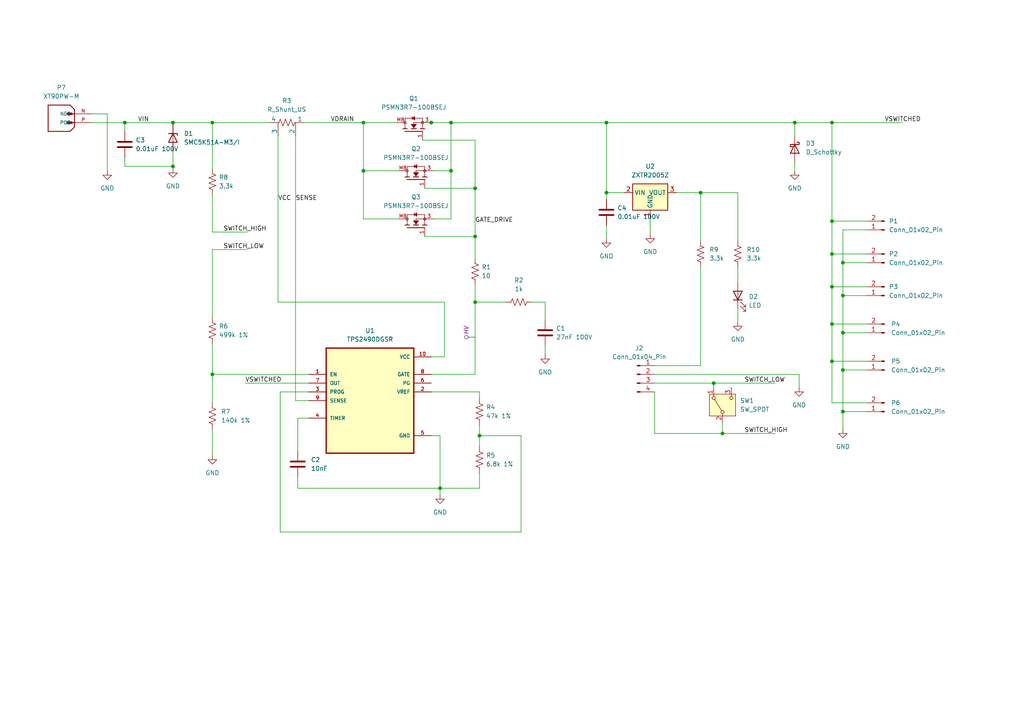
<source format=kicad_sch>
(kicad_sch (version 20230121) (generator eeschema)
  (paper "A4")
  (title_block (title "mjpower-ss r1.0") (company "mjbots Robotic Systems, LLC - info@mjbots.com") (comment 1 "Licensed under the Apache 2.0 License"))
  (lib_symbols
    (symbol "Connector:Conn_01x02_Pin" (pin_names (offset 1.016) hide)
      (property "Reference" "J" (at 0 2.54 0))
      (property "Value" "Conn_01x02_Pin" (at 0 -5.08 0))
      (symbol "Conn_01x02_Pin_1_1"
        (polyline (pts (xy 1.27 -2.54) (xy 0.8636 -2.54)) (stroke (width 0.1524)))
        (polyline (pts (xy 1.27 0) (xy 0.8636 0)) (stroke (width 0.1524)))
        (rectangle (start 0.8636 -2.413) (end 0 -2.667) (stroke (width 0.1524)) (fill (type outline)))
        (rectangle (start 0.8636 0.127) (end 0 -0.127) (stroke (width 0.1524)) (fill (type outline)))
        (pin passive line (at 5.08 0 180) (length 3.81) (name "Pin_1") (number "1"))
        (pin passive line (at 5.08 -2.54 180) (length 3.81) (name "Pin_2") (number "2"))
      )
    )
    (symbol "Connector:Conn_01x04_Pin" (pin_names (offset 1.016) hide)
      (property "Reference" "J" (at 0 5.08 0))
      (property "Value" "Conn_01x04_Pin" (at 0 -7.62 0))
      (symbol "Conn_01x04_Pin_1_1"
        (polyline (pts (xy 1.27 -5.08) (xy 0.8636 -5.08)) (stroke (width 0.1524)))
        (polyline (pts (xy 1.27 -2.54) (xy 0.8636 -2.54)) (stroke (width 0.1524)))
        (polyline (pts (xy 1.27 0) (xy 0.8636 0)) (stroke (width 0.1524)))
        (polyline (pts (xy 1.27 2.54) (xy 0.8636 2.54)) (stroke (width 0.1524)))
        (rectangle (start 0.8636 -4.953) (end 0 -5.207) (stroke (width 0.1524)) (fill (type outline)))
        (rectangle (start 0.8636 -2.413) (end 0 -2.667) (stroke (width 0.1524)) (fill (type outline)))
        (rectangle (start 0.8636 0.127) (end 0 -0.127) (stroke (width 0.1524)) (fill (type outline)))
        (rectangle (start 0.8636 2.667) (end 0 2.413) (stroke (width 0.1524)) (fill (type outline)))
        (pin passive line (at 5.08 2.54 180) (length 3.81) (name "Pin_1") (number "1"))
        (pin passive line (at 5.08 0 180) (length 3.81) (name "Pin_2") (number "2"))
        (pin passive line (at 5.08 -2.54 180) (length 3.81) (name "Pin_3") (number "3"))
        (pin passive line (at 5.08 -5.08 180) (length 3.81) (name "Pin_4") (number "4"))
      )
    )
    (symbol "Device:C" (pin_numbers hide) (pin_names (offset 0.254))
      (property "Reference" "C" (at 0.635 2.54 0))
      (property "Value" "C" (at 0.635 -2.54 0))
      (symbol "C_0_1"
        (polyline (pts (xy -2.032 -0.762) (xy 2.032 -0.762)) (stroke (width 0.508)))
        (polyline (pts (xy -2.032 0.762) (xy 2.032 0.762)) (stroke (width 0.508)))
      )
      (symbol "C_1_1"
        (pin passive line (at 0 3.81 270) (length 2.794) (name "~") (number "1"))
        (pin passive line (at 0 -3.81 90) (length 2.794) (name "~") (number "2"))
      )
    )
    (symbol "Device:D_Schottky" (pin_numbers hide) (pin_names (offset 1.016) hide)
      (property "Reference" "D" (at 0 2.54 0))
      (property "Value" "D_Schottky" (at 0 -2.54 0))
      (symbol "D_Schottky_0_1"
        (polyline (pts (xy 1.27 0) (xy -1.27 0)))
        (polyline (pts (xy 1.27 1.27) (xy 1.27 -1.27) (xy -1.27 0) (xy 1.27 1.27)) (stroke (width 0.254)))
        (polyline (pts (xy -1.905 0.635) (xy -1.905 1.27) (xy -1.27 1.27) (xy -1.27 -1.27) (xy -0.635 -1.27) (xy -0.635 -0.635)) (stroke (width 0.254)))
      )
      (symbol "D_Schottky_1_1"
        (pin passive line (at -3.81 0 0) (length 2.54) (name "K") (number "1"))
        (pin passive line (at 3.81 0 180) (length 2.54) (name "A") (number "2"))
      )
    )
    (symbol "Device:LED" (pin_numbers hide) (pin_names (offset 1.016) hide)
      (property "Reference" "D" (at 0 2.54 0))
      (property "Value" "LED" (at 0 -2.54 0))
      (symbol "LED_0_1"
        (polyline (pts (xy -1.27 -1.27) (xy -1.27 1.27)) (stroke (width 0.254)))
        (polyline (pts (xy -1.27 0) (xy 1.27 0)))
        (polyline (pts (xy 1.27 -1.27) (xy 1.27 1.27) (xy -1.27 0) (xy 1.27 -1.27)) (stroke (width 0.254)))
        (polyline (pts (xy -3.048 -0.762) (xy -4.572 -2.286) (xy -3.81 -2.286) (xy -4.572 -2.286) (xy -4.572 -1.524)))
        (polyline (pts (xy -1.778 -0.762) (xy -3.302 -2.286) (xy -2.54 -2.286) (xy -3.302 -2.286) (xy -3.302 -1.524)))
      )
      (symbol "LED_1_1"
        (pin passive line (at -3.81 0 0) (length 2.54) (name "K") (number "1"))
        (pin passive line (at 3.81 0 180) (length 2.54) (name "A") (number "2"))
      )
    )
    (symbol "Device:R_Shunt_US" (pin_numbers hide) (pin_names (offset 0))
      (property "Reference" "R" (at -5.08 0 90))
      (property "Value" "R_Shunt_US" (at -3.048 0 90))
      (symbol "R_Shunt_US_1_1"
        (polyline (pts (xy 0 -2.54) (xy 1.27 -2.54)))
        (polyline (pts (xy 0 -2.286) (xy 0 -2.54)))
        (polyline (pts (xy 0 2.286) (xy 0 2.54)))
        (polyline (pts (xy 1.27 2.54) (xy 0 2.54)))
        (polyline (pts (xy 0 -0.762) (xy 1.016 -1.143) (xy 0 -1.524) (xy -1.016 -1.905) (xy 0 -2.286)))
        (polyline (pts (xy 0 0.762) (xy 1.016 0.381) (xy 0 0) (xy -1.016 -0.381) (xy 0 -0.762)))
        (polyline (pts (xy 0 2.286) (xy 1.016 1.905) (xy 0 1.524) (xy -1.016 1.143) (xy 0 0.762)))
        (pin passive line (at 0 5.08 270) (length 2.54) (name "1") (number "1"))
        (pin passive line (at 3.81 2.54 180) (length 2.54) (name "2") (number "2"))
        (pin passive line (at 3.81 -2.54 180) (length 2.54) (name "3") (number "3"))
        (pin passive line (at 0 -5.08 90) (length 2.54) (name "4") (number "4"))
      )
    )
    (symbol "Device:R_US" (pin_numbers hide) (pin_names (offset 0))
      (property "Reference" "R" (at 2.54 0 90))
      (property "Value" "R_US" (at -2.54 0 90))
      (symbol "R_US_0_1"
        (polyline (pts (xy 0 -2.286) (xy 0 -2.54)))
        (polyline (pts (xy 0 2.286) (xy 0 2.54)))
        (polyline (pts (xy 0 -0.762) (xy 1.016 -1.143) (xy 0 -1.524) (xy -1.016 -1.905) (xy 0 -2.286)))
        (polyline (pts (xy 0 0.762) (xy 1.016 0.381) (xy 0 0) (xy -1.016 -0.381) (xy 0 -0.762)))
        (polyline (pts (xy 0 2.286) (xy 1.016 1.905) (xy 0 1.524) (xy -1.016 1.143) (xy 0 0.762)))
      )
      (symbol "R_US_1_1"
        (pin passive line (at 0 3.81 270) (length 1.27) (name "~") (number "1"))
        (pin passive line (at 0 -3.81 90) (length 1.27) (name "~") (number "2"))
      )
    )
    (symbol "Diode:Z3SMCxxx" (pin_numbers hide) (pin_names hide)
      (property "Reference" "D" (at 0 2.54 0))
      (property "Value" "Z3SMCxxx" (at 0 -2.54 0))
      (symbol "Z3SMCxxx_0_1"
        (polyline (pts (xy 1.27 0) (xy -1.27 0)))
        (polyline (pts (xy -1.27 -1.27) (xy -1.27 1.27) (xy -0.762 1.27)) (stroke (width 0.254)))
        (polyline (pts (xy 1.27 -1.27) (xy 1.27 1.27) (xy -1.27 0) (xy 1.27 -1.27)) (stroke (width 0.254)))
      )
      (symbol "Z3SMCxxx_1_1"
        (pin passive line (at -3.81 0 0) (length 2.54) (name "K") (number "1"))
        (pin passive line (at 3.81 0 180) (length 2.54) (name "A") (number "2"))
      )
    )
    (symbol "PSMN3R7-100BSEJ:PSMN3R7-100BSEJ" (pin_names (offset 1.016))
      (property "Reference" "Q" (at 5.08 1.27 0))
      (property "Value" "PSMN3R7-100BSEJ" (at 5.08 -1.27 0))
      (symbol "PSMN3R7-100BSEJ_0_0"
        (polyline (pts (xy 0 2.54) (xy 0 -2.54)) (stroke (width 0.254)))
        (polyline (pts (xy 0.762 -2.54) (xy 0.762 -3.175)) (stroke (width 0.254)))
        (polyline (pts (xy 0.762 -1.905) (xy 0.762 -2.54)) (stroke (width 0.254)))
        (polyline (pts (xy 0.762 0) (xy 0.762 -0.762)) (stroke (width 0.254)))
        (polyline (pts (xy 0.762 0) (xy 2.54 0)) (stroke (width 0.1524)))
        (polyline (pts (xy 0.762 0.762) (xy 0.762 0)) (stroke (width 0.254)))
        (polyline (pts (xy 0.762 2.54) (xy 0.762 1.905)) (stroke (width 0.254)))
        (polyline (pts (xy 0.762 2.54) (xy 3.81 2.54)) (stroke (width 0.1524)))
        (polyline (pts (xy 0.762 3.175) (xy 0.762 2.54)) (stroke (width 0.254)))
        (polyline (pts (xy 2.54 -2.54) (xy 0.762 -2.54)) (stroke (width 0.1524)))
        (polyline (pts (xy 2.54 -2.54) (xy 3.81 -2.54)) (stroke (width 0.1524)))
        (polyline (pts (xy 2.54 0) (xy 2.54 -2.54)) (stroke (width 0.1524)))
        (polyline (pts (xy 3.81 0.508) (xy 3.302 0.508)) (stroke (width 0.1524)))
        (polyline (pts (xy 3.81 0.508) (xy 3.81 -2.54)) (stroke (width 0.1524)))
        (polyline (pts (xy 3.81 2.54) (xy 3.81 0.508)) (stroke (width 0.1524)))
        (polyline (pts (xy 4.318 0.508) (xy 3.81 0.508)) (stroke (width 0.1524)))
        (polyline (pts (xy 1.016 0) (xy 2.032 0.762) (xy 2.032 -0.762) (xy 1.016 0)) (stroke (width 0.1524)) (fill (type outline)))
        (polyline (pts (xy 3.81 0.508) (xy 3.302 -0.254) (xy 4.318 -0.254) (xy 3.81 0.508)) (stroke (width 0.1524)) (fill (type outline)))
        (circle (center 2.54 -2.54) (radius 0.3592))
        (circle (center 2.54 2.54) (radius 0.3592))
        (pin passive line (at -2.54 -2.54 0) (length 2.54) (name "~") (number "1"))
        (pin passive line (at 2.54 -5.08 90) (length 2.54) (name "~") (number "3"))
        (pin passive line (at 2.54 5.08 270) (length 2.54) (name "~") (number "MB"))
      )
    )
    (symbol "Regulator_Linear:HT75xx-1-SOT89"
      (property "Reference" "U" (at -5.08 -3.81 0))
      (property "Value" "HT75xx-1-SOT89" (at 0 6.35 0))
      (symbol "HT75xx-1-SOT89_0_1"
        (rectangle (start -5.08 5.08) (end 5.08 -2.54) (stroke (width 0.254)) (fill (type background)))
      )
      (symbol "HT75xx-1-SOT89_1_1"
        (pin power_in line (at 0 -5.08 90) (length 2.54) (name "GND") (number "1"))
        (pin power_in line (at -7.62 2.54 0) (length 2.54) (name "VIN") (number "2"))
        (pin power_out line (at 7.62 2.54 180) (length 2.54) (name "VOUT") (number "3"))
      )
    )
    (symbol "Switch:SW_SPDT" (pin_names (offset 0) hide)
      (property "Reference" "SW" (at 0 5.08 0))
      (property "Value" "SW_SPDT" (at 0 -5.08 0))
      (symbol "SW_SPDT_0_1"
        (circle (center -2.032 0) (radius 0.4572))
        (polyline (pts (xy -1.651 0.254) (xy 1.651 2.286)))
        (circle (center 2.032 -2.54) (radius 0.4572))
        (circle (center 2.032 2.54) (radius 0.4572))
      )
      (symbol "SW_SPDT_1_1"
        (rectangle (start -3.175 3.81) (end 3.175 -3.81) (fill (type background)))
        (pin passive line (at 5.08 2.54 180) (length 2.54) (name "A") (number "1"))
        (pin passive line (at -5.08 0 0) (length 2.54) (name "B") (number "2"))
        (pin passive line (at 5.08 -2.54 180) (length 2.54) (name "C") (number "3"))
      )
    )
    (symbol "TPS2490DGSR:TPS2490DGSR" (pin_names (offset 1.016))
      (property "Reference" "U" (at -12.7 16.24 0))
      (property "Value" "TPS2490DGSR" (at -12.7 -19.24 0))
      (symbol "TPS2490DGSR_0_0"
        (rectangle (start -12.7 -15.24) (end 12.7 15.24) (stroke (width 0.41)) (fill (type background)))
        (pin input line (at -17.78 7.62 0) (length 5.08) (name "EN") (number "1"))
        (pin power_in line (at 17.78 12.7 180) (length 5.08) (name "VCC") (number "10"))
        (pin output line (at 17.78 2.54 180) (length 5.08) (name "VREF") (number "2"))
        (pin input line (at -17.78 2.54 0) (length 5.08) (name "PROG") (number "3"))
        (pin bidirectional line (at -17.78 -5.08 0) (length 5.08) (name "TIMER") (number "4"))
        (pin power_in line (at 17.78 -10.16 180) (length 5.08) (name "GND") (number "5"))
        (pin output line (at 17.78 5.08 180) (length 5.08) (name "PG") (number "6"))
        (pin input line (at -17.78 5.08 0) (length 5.08) (name "OUT") (number "7"))
        (pin output line (at 17.78 7.62 180) (length 5.08) (name "GATE") (number "8"))
        (pin input line (at -17.78 0 0) (length 5.08) (name "SENSE") (number "9"))
      )
    )
    (symbol "XT90PW-M:XT90PW-M" (pin_names (offset 1.016))
      (property "Reference" "J" (at 0 3.81 0))
      (property "Value" "XT90PW-M" (at 0 -7.62 0))
      (symbol "XT90PW-M_0_0"
        (polyline (pts (xy 0 -3.81) (xy 1.27 -5.08)) (stroke (width 0.254)))
        (polyline (pts (xy 0 -2.54) (xy 1.905 -2.54)) (stroke (width 0.254)))
        (polyline (pts (xy 0 0) (xy 0 -3.81)) (stroke (width 0.254)))
        (polyline (pts (xy 0 0) (xy 1.905 0)) (stroke (width 0.254)))
        (polyline (pts (xy 0 1.27) (xy 0 0)) (stroke (width 0.254)))
        (polyline (pts (xy 0 1.27) (xy 1.27 2.54)) (stroke (width 0.254)))
        (polyline (pts (xy 1.27 -5.08) (xy 7.62 -5.08)) (stroke (width 0.254)))
        (polyline (pts (xy 7.62 -5.08) (xy 7.62 2.54)) (stroke (width 0.254)))
        (polyline (pts (xy 7.62 2.54) (xy 1.27 2.54)) (stroke (width 0.254)))
        (rectangle (start 0.635 -2.8575) (end 2.2225 -2.2225) (stroke (width 0.1)) (fill (type outline)))
        (rectangle (start 0.635 -0.3175) (end 2.2225 0.3175) (stroke (width 0.1)) (fill (type outline)))
        (pin passive line (at -5.08 -2.54 0) (length 5.08) (name "NEG") (number "N"))
        (pin passive line (at -5.08 0 0) (length 5.08) (name "POS") (number "P"))
      )
    )
    (symbol "power:GND" (power) (pin_names (offset 0))
      (property "Value" "GND" (at 0 -3.81 0))
      (symbol "GND_0_1"
        (polyline (pts (xy 0 0) (xy 0 -1.27) (xy 1.27 -1.27) (xy 0 -2.54) (xy -1.27 -1.27) (xy 0 -1.27)))
      )
      (symbol "GND_1_1"
        (pin power_in line (at 0 0 270) (length 0) hide (name "GND") (number "1"))
      )
    )
  )
  (junction (at 125.095 35.56))
  (junction (at 137.795 68.58))
  (junction (at 137.795 54.61))
  (junction (at 241.3 35.56))
  (junction (at 137.795 87.63))
  (junction (at 130.81 35.56))
  (junction (at 61.595 108.585))
  (junction (at 230.505 35.56))
  (junction (at 61.595 35.56))
  (junction (at 209.55 125.73))
  (junction (at 244.475 107.315))
  (junction (at 50.165 48.26))
  (junction (at 241.3 64.135))
  (junction (at 175.895 35.56))
  (junction (at 244.475 119.38))
  (junction (at 244.475 76.2))
  (junction (at 244.475 85.725))
  (junction (at 244.475 96.52))
  (junction (at 105.41 49.53))
  (junction (at 175.895 55.88))
  (junction (at 241.3 83.185))
  (junction (at 241.3 93.98))
  (junction (at 130.81 49.53))
  (junction (at 203.2 55.88))
  (junction (at 127.635 141.605))
  (junction (at 36.195 35.56))
  (junction (at 50.165 35.56))
  (junction (at 207.01 111.125))
  (junction (at 241.3 104.775))
  (junction (at 105.41 35.56))
  (junction (at 139.065 126.365))
  (junction (at 241.3 73.66))
  (wire (pts (xy 36.195 35.56) (xy 50.165 35.56)))
  (wire (pts (xy 125.095 113.665) (xy 139.065 113.665)))
  (wire (pts (xy 123.19 68.58) (xy 137.795 68.58)))
  (wire (pts (xy 127.635 141.605) (xy 127.635 143.51)))
  (wire (pts (xy 203.2 106.045) (xy 189.865 106.045)))
  (wire (pts (xy 80.645 39.37) (xy 80.645 87.63)))
  (wire (pts (xy 61.595 35.56) (xy 78.105 35.56)))
  (wire (pts (xy 241.3 83.185) (xy 251.46 83.185)))
  (wire (pts (xy 203.2 77.47) (xy 203.2 106.045)))
  (wire (pts (xy 86.36 138.43) (xy 86.36 141.605)))
  (wire (pts (xy 80.645 87.63) (xy 128.905 87.63)))
  (wire (pts (xy 86.36 141.605) (xy 127.635 141.605)))
  (wire (pts (xy 158.115 87.63) (xy 158.115 92.71)))
  (wire (pts (xy 241.3 73.66) (xy 251.46 73.66)))
  (wire (pts (xy 151.13 126.365) (xy 139.065 126.365)))
  (wire (pts (xy 50.165 48.26) (xy 50.165 48.895)))
  (wire (pts (xy 175.895 65.405) (xy 175.895 69.215)))
  (wire (pts (xy 137.795 68.58) (xy 137.795 74.93)))
  (wire (pts (xy 203.2 55.88) (xy 203.2 69.85)))
  (wire (pts (xy 244.475 66.675) (xy 251.46 66.675)))
  (wire (pts (xy 241.3 64.135) (xy 241.3 73.66)))
  (wire (pts (xy 89.535 121.285) (xy 86.36 121.285)))
  (wire (pts (xy 123.19 35.56) (xy 125.095 35.56)))
  (wire (pts (xy 61.595 124.46) (xy 61.595 132.08)))
  (wire (pts (xy 71.12 111.125) (xy 89.535 111.125)))
  (wire (pts (xy 244.475 76.2) (xy 251.46 76.2)))
  (wire (pts (xy 175.895 35.56) (xy 230.505 35.56)))
  (wire (pts (xy 139.065 126.365) (xy 139.065 129.54)))
  (wire (pts (xy 85.725 116.205) (xy 89.535 116.205)))
  (wire (pts (xy 128.905 87.63) (xy 128.905 103.505)))
  (wire (pts (xy 128.905 103.505) (xy 125.095 103.505)))
  (wire (pts (xy 61.595 67.31) (xy 71.755 67.31)))
  (wire (pts (xy 89.535 113.665) (xy 81.28 113.665)))
  (wire (pts (xy 189.865 111.125) (xy 207.01 111.125)))
  (wire (pts (xy 241.3 93.98) (xy 241.3 104.775)))
  (wire (pts (xy 139.065 123.19) (xy 139.065 126.365)))
  (wire (pts (xy 213.995 55.88) (xy 203.2 55.88)))
  (wire (pts (xy 207.01 111.125) (xy 207.01 112.395)))
  (wire (pts (xy 175.895 35.56) (xy 175.895 55.88)))
  (wire (pts (xy 50.165 35.56) (xy 61.595 35.56)))
  (wire (pts (xy 130.81 49.53) (xy 125.73 49.53)))
  (wire (pts (xy 125.095 35.56) (xy 130.81 35.56)))
  (wire (pts (xy 61.595 56.515) (xy 61.595 67.31)))
  (wire (pts (xy 81.28 154.305) (xy 151.13 154.305)))
  (wire (pts (xy 61.595 99.695) (xy 61.595 108.585)))
  (wire (pts (xy 241.3 73.66) (xy 241.3 83.185)))
  (wire (pts (xy 241.3 104.775) (xy 251.46 104.775)))
  (wire (pts (xy 188.595 63.5) (xy 188.595 67.945)))
  (wire (pts (xy 213.995 89.535) (xy 213.995 93.345)))
  (wire (pts (xy 244.475 96.52) (xy 244.475 85.725)))
  (wire (pts (xy 175.895 57.785) (xy 175.895 55.88)))
  (wire (pts (xy 125.095 126.365) (xy 127.635 126.365)))
  (wire (pts (xy 158.115 100.33) (xy 158.115 102.87)))
  (wire (pts (xy 139.065 113.665) (xy 139.065 115.57)))
  (wire (pts (xy 127.635 126.365) (xy 127.635 141.605)))
  (wire (pts (xy 137.795 54.61) (xy 137.795 68.58)))
  (wire (pts (xy 26.67 35.56) (xy 36.195 35.56)))
  (wire (pts (xy 244.475 119.38) (xy 244.475 124.46)))
  (wire (pts (xy 231.775 108.585) (xy 231.775 112.395)))
  (wire (pts (xy 61.595 35.56) (xy 61.595 48.895)))
  (wire (pts (xy 89.535 108.585) (xy 61.595 108.585)))
  (wire (pts (xy 85.725 39.37) (xy 85.725 116.205)))
  (wire (pts (xy 244.475 76.2) (xy 244.475 66.675)))
  (wire (pts (xy 241.3 35.56) (xy 261.62 35.56)))
  (wire (pts (xy 137.795 87.63) (xy 146.685 87.63)))
  (wire (pts (xy 139.065 137.16) (xy 139.065 141.605)))
  (wire (pts (xy 61.595 72.39) (xy 71.755 72.39)))
  (wire (pts (xy 244.475 107.315) (xy 251.46 107.315)))
  (wire (pts (xy 251.46 119.38) (xy 244.475 119.38)))
  (wire (pts (xy 241.3 83.185) (xy 241.3 93.98)))
  (wire (pts (xy 244.475 85.725) (xy 251.46 85.725)))
  (wire (pts (xy 244.475 119.38) (xy 244.475 107.315)))
  (wire (pts (xy 209.55 125.73) (xy 224.79 125.73)))
  (wire (pts (xy 130.81 63.5) (xy 130.81 49.53)))
  (wire (pts (xy 151.13 154.305) (xy 151.13 126.365)))
  (wire (pts (xy 189.865 125.73) (xy 209.55 125.73)))
  (wire (pts (xy 130.81 35.56) (xy 130.81 49.53)))
  (wire (pts (xy 125.095 108.585) (xy 137.795 108.585)))
  (wire (pts (xy 36.195 48.26) (xy 50.165 48.26)))
  (wire (pts (xy 50.165 43.815) (xy 50.165 48.26)))
  (wire (pts (xy 241.3 104.775) (xy 241.3 116.84)))
  (wire (pts (xy 241.3 64.135) (xy 251.46 64.135)))
  (wire (pts (xy 36.195 45.72) (xy 36.195 48.26)))
  (wire (pts (xy 207.01 111.125) (xy 224.79 111.125)))
  (wire (pts (xy 86.36 121.285) (xy 86.36 130.81)))
  (wire (pts (xy 230.505 35.56) (xy 230.505 39.37)))
  (wire (pts (xy 137.795 40.64) (xy 137.795 54.61)))
  (wire (pts (xy 50.165 36.195) (xy 50.165 35.56)))
  (wire (pts (xy 137.795 87.63) (xy 137.795 82.55)))
  (wire (pts (xy 241.3 35.56) (xy 241.3 64.135)))
  (wire (pts (xy 88.265 35.56) (xy 105.41 35.56)))
  (wire (pts (xy 61.595 92.075) (xy 61.595 72.39)))
  (wire (pts (xy 244.475 96.52) (xy 251.46 96.52)))
  (wire (pts (xy 139.065 141.605) (xy 127.635 141.605)))
  (wire (pts (xy 241.3 93.98) (xy 251.46 93.98)))
  (wire (pts (xy 213.995 69.85) (xy 213.995 55.88)))
  (wire (pts (xy 189.865 108.585) (xy 231.775 108.585)))
  (wire (pts (xy 209.55 125.73) (xy 209.55 122.555)))
  (wire (pts (xy 31.115 33.02) (xy 31.115 49.53)))
  (wire (pts (xy 122.555 40.64) (xy 137.795 40.64)))
  (wire (pts (xy 241.3 116.84) (xy 251.46 116.84)))
  (wire (pts (xy 137.795 108.585) (xy 137.795 87.63)))
  (wire (pts (xy 230.505 35.56) (xy 241.3 35.56)))
  (wire (pts (xy 26.67 33.02) (xy 31.115 33.02)))
  (wire (pts (xy 130.81 35.56) (xy 175.895 35.56)))
  (wire (pts (xy 196.215 55.88) (xy 203.2 55.88)))
  (wire (pts (xy 125.73 63.5) (xy 130.81 63.5)))
  (wire (pts (xy 81.28 113.665) (xy 81.28 154.305)))
  (wire (pts (xy 61.595 108.585) (xy 61.595 116.84)))
  (wire (pts (xy 123.19 54.61) (xy 137.795 54.61)))
  (wire (pts (xy 189.865 113.665) (xy 189.865 125.73)))
  (wire (pts (xy 105.41 49.53) (xy 105.41 35.56)))
  (wire (pts (xy 105.41 35.56) (xy 114.935 35.56)))
  (wire (pts (xy 244.475 85.725) (xy 244.475 76.2)))
  (wire (pts (xy 36.195 35.56) (xy 36.195 38.1)))
  (wire (pts (xy 115.57 63.5) (xy 105.41 63.5)))
  (wire (pts (xy 213.995 77.47) (xy 213.995 81.915)))
  (wire (pts (xy 115.57 49.53) (xy 105.41 49.53)))
  (wire (pts (xy 244.475 107.315) (xy 244.475 96.52)))
  (wire (pts (xy 154.305 87.63) (xy 158.115 87.63)))
  (wire (pts (xy 105.41 63.5) (xy 105.41 49.53)))
  (wire (pts (xy 175.895 55.88) (xy 180.975 55.88)))
  (wire (pts (xy 230.505 46.99) (xy 230.505 49.53)))
  (label "VSWITCHED" (at 256.54 35.56 0))
  (label "SENSE" (at 85.725 58.42 0))
  (label "GATE_DRIVE" (at 137.795 64.77 0))
  (label "VCC" (at 80.645 58.42 0))
  (label "VIN" (at 40.005 35.56 0))
  (label "SWITCH_HIGH" (at 215.9 125.73 0))
  (label "VSWITCHED" (at 71.12 111.125 0))
  (label "VDRAIN" (at 95.885 35.56 0))
  (label "SWITCH_HIGH" (at 64.77 67.31 0))
  (label "SWITCH_LOW" (at 64.77 72.39 0))
  (label "SWITCH_LOW" (at 215.9 111.125 0))
  (netclass_flag "" (length 2.54) (shape round) (at 137.795 97.79 90) (property "Netclass" "HV" (at 135.255 97.0915 90) (effects (font italic) (justify left))))
  (symbol (lib_id "power:GND") (at 244.475 124.46 0) (unit 1)
    (property "Reference" "#PWR05" (effects hide))
    (property "Value" "GND" (at 244.475 129.54 0))
  )
  (symbol (lib_id "Regulator_Linear:HT75xx-1-SOT89") (at 188.595 58.42 0) (unit 1)
    (property "Reference" "U2" (at 188.595 48.26 0))
    (property "Value" "ZXTR2005Z" (at 188.595 50.8 0))
    (property "Footprint" "Package_TO_SOT_SMD:SOT-89-3" (effects hide))
    (property "Datasheet" "https://www.holtek.com/documents/10179/116711/HT75xx-1v250.pdf" (effects hide))
    (property "MPN" "ZXTR2005Z-13" (effects hide))
    (property "MF" "DIODES" (effects hide))
  )
  (symbol (lib_id "power:GND") (at 213.995 93.345 0) (unit 1)
    (property "Reference" "#PWR09" (effects hide))
    (property "Value" "GND" (at 213.995 98.425 0))
  )
  (symbol (lib_id "Device:R_US") (at 137.795 78.74 0) (unit 1)
    (property "Reference" "R1" (at 139.7 77.47 0) (effects (justify left)))
    (property "Value" "10" (at 139.7 80.01 0) (effects (justify left)))
    (property "Footprint" "Resistor_SMD:R_0603_1608Metric" (effects hide))
    (property "MPN" "MF-RES-0603-10" (effects hide))
  )
  (symbol (lib_id "power:GND") (at 31.115 49.53 0) (unit 1)
    (property "Reference" "#PWR03" (effects hide))
    (property "Value" "GND" (at 31.115 54.61 0))
  )
  (symbol (lib_id "Device:R_US") (at 61.595 52.705 0) (unit 1)
    (property "Reference" "R8" (at 63.5 51.435 0) (effects (justify left)))
    (property "Value" "3.3k" (at 63.5 53.975 0) (effects (justify left)))
    (property "Footprint" "Resistor_SMD:R_0603_1608Metric" (effects hide))
    (property "MPN" "RC0603FR-073K3L" (effects hide))
    (property "MF" "YAGEO" (effects hide))
  )
  (symbol (lib_id "Device:R_US") (at 139.065 119.38 0) (unit 1)
    (property "Reference" "R4" (at 140.97 118.11 0) (effects (justify left)))
    (property "Value" "47k 1%" (at 140.97 120.65 0) (effects (justify left)))
    (property "Footprint" "Resistor_SMD:R_0603_1608Metric" (effects hide))
    (property "MPN" "RC0603FR-0747KL" (effects hide))
    (property "MF" "YAGEO" (effects hide))
  )
  (symbol (lib_id "Diode:Z3SMCxxx") (at 50.165 40.005 270) (unit 1)
    (property "Reference" "D1" (at 53.34 38.735 90) (effects (justify left)))
    (property "Value" "SMC5K51A-M3/I" (at 53.34 41.275 90) (effects (justify left)))
    (property "Footprint" "Diode_SMD:D_SMC" (effects hide))
    (property "MPN" "SMC5K51A-M3/I" (effects hide))
    (property "MF" "VISHAY" (effects hide))
  )
  (symbol (lib_id "power:GND") (at 231.775 112.395 0) (unit 1)
    (property "Reference" "#PWR08" (effects hide))
    (property "Value" "GND" (at 231.775 117.475 0))
  )
  (symbol (lib_id "power:GND") (at 127.635 143.51 0) (unit 1)
    (property "Reference" "#PWR04" (effects hide))
    (property "Value" "GND" (at 127.635 148.59 0))
  )
  (symbol (lib_id "Device:R_US") (at 213.995 73.66 180) (unit 1)
    (property "Reference" "R10" (at 216.535 72.39 0) (effects (justify right)))
    (property "Value" "3.3k" (at 216.535 74.93 0) (effects (justify right)))
    (property "Footprint" "Resistor_SMD:R_0603_1608Metric" (effects hide))
    (property "MPN" "RC0603FR-073K3L" (effects hide))
    (property "MF" "YAGEO" (effects hide))
  )
  (symbol (lib_id "Device:R_US") (at 61.595 95.885 0) (unit 1)
    (property "Reference" "R6" (at 63.5 94.615 0) (effects (justify left)))
    (property "Value" "499k 1%" (at 63.5 97.155 0) (effects (justify left)))
    (property "Footprint" "Resistor_SMD:R_0603_1608Metric" (effects hide))
    (property "MPN" "RC0603FR-07499KL" (effects hide))
    (property "MF" "YAGEO" (effects hide))
  )
  (symbol (lib_id "PSMN3R7-100BSEJ:PSMN3R7-100BSEJ") (at 120.65 52.07 90) (unit 1)
    (property "Reference" "Q2" (at 120.65 43.18 90))
    (property "Value" "PSMN3R7-100BSEJ" (at 120.65 45.72 90))
    (property "Footprint" "footprints:TRANS_PSMN3R7-100BSEJ" (effects hide))
    (property "MF" "Nexperia" (effects hide))
    (property "MPN" "PSMN3R7-100BSEJ" (effects hide))
  )
  (symbol (lib_id "Device:C") (at 36.195 41.91 0) (unit 1)
    (property "Reference" "C3" (at 39.37 40.64 0) (effects (justify left)))
    (property "Value" "0.01uF 100V" (at 39.37 43.18 0) (effects (justify left)))
    (property "Footprint" "Capacitor_SMD:C_0603_1608Metric" (effects hide))
    (property "MPN" "GCM188R72A103KA37D" (effects hide))
    (property "MF" "MURATA" (effects hide))
  )
  (symbol (lib_id "power:GND") (at 230.505 49.53 0) (unit 1)
    (property "Reference" "#PWR010" (effects hide))
    (property "Value" "GND" (at 230.505 54.61 0))
  )
  (symbol (lib_id "Switch:SW_SPDT") (at 209.55 117.475 90) (unit 1)
    (property "Reference" "SW1" (at 214.63 116.205 90) (effects (justify right)))
    (property "Value" "SW_SPDT" (at 214.63 118.745 90) (effects (justify right)))
    (property "Footprint" "footprints:SW_G-107-0513" (effects hide))
    (property "MPN" "G-107-0513" (effects hide))
    (property "MF" "CW Industries" (effects hide))
  )
  (symbol (lib_id "Device:D_Schottky") (at 230.505 43.18 270) (unit 1)
    (property "Reference" "D3" (at 233.68 41.5925 90) (effects (justify left)))
    (property "Value" "D_Schottky" (at 233.68 44.1325 90) (effects (justify left)))
    (property "Footprint" "footprints:TO-277A" (effects hide))
    (property "MPN" "V10P15-M3/H" (effects hide))
    (property "MF" "VISHAY" (effects hide))
  )
  (symbol (lib_id "PSMN3R7-100BSEJ:PSMN3R7-100BSEJ") (at 120.65 66.04 90) (unit 1)
    (property "Reference" "Q3" (at 120.65 57.15 90))
    (property "Value" "PSMN3R7-100BSEJ" (at 120.65 59.69 90))
    (property "Footprint" "footprints:TRANS_PSMN3R7-100BSEJ" (effects hide))
    (property "MF" "Nexperia" (effects hide))
    (property "MPN" "PSMN3R7-100BSEJ" (effects hide))
  )
  (symbol (lib_id "power:GND") (at 50.165 48.895 0) (unit 1)
    (property "Reference" "#PWR02" (effects hide))
    (property "Value" "GND" (at 50.165 53.975 0))
  )
  (symbol (lib_id "Connector:Conn_01x02_Pin") (at 256.54 76.2 180) (unit 1)
    (property "Reference" "P2" (at 257.81 73.66 0) (effects (justify right)))
    (property "Value" "Conn_01x02_Pin" (at 257.81 76.2 0) (effects (justify right)))
    (property "Footprint" "footprints:XT30UPB-F" (effects hide))
    (property "MPN" "XT30UPB-F" (effects hide))
    (property "MF" "AMASS" (effects hide))
  )
  (symbol (lib_id "Device:R_US") (at 61.595 120.65 0) (unit 1)
    (property "Reference" "R7" (at 64.135 119.38 0) (effects (justify left)))
    (property "Value" "140k 1%" (at 64.135 121.92 0) (effects (justify left)))
    (property "Footprint" "Resistor_SMD:R_0603_1608Metric" (effects hide))
    (property "MPN" "RC0603FR-07140KL" (effects hide))
    (property "MF" "YAGEO" (effects hide))
  )
  (symbol (lib_id "Device:R_US") (at 203.2 73.66 180) (unit 1)
    (property "Reference" "R9" (at 205.74 72.39 0) (effects (justify right)))
    (property "Value" "3.3k" (at 205.74 74.93 0) (effects (justify right)))
    (property "Footprint" "Resistor_SMD:R_0603_1608Metric" (effects hide))
    (property "MPN" "RC0603FR-073K3L" (effects hide))
    (property "MF" "YAGEO" (effects hide))
  )
  (symbol (lib_id "Device:R_Shunt_US") (at 83.185 35.56 270) (unit 1)
    (property "Reference" "R3" (at 83.185 29.21 90))
    (property "Value" "R_Shunt_US" (at 83.185 31.75 90))
    (property "Footprint" "footprints:WSL2512_SHUNT" (effects hide))
    (property "MPN" "WSLF2512L5000FEA" (effects hide))
    (property "MF" "VISHAY DALE" (effects hide))
  )
  (symbol (lib_id "power:GND") (at 188.595 67.945 0) (unit 1)
    (property "Reference" "#PWR07" (effects hide))
    (property "Value" "GND" (at 188.595 73.025 0))
  )
  (symbol (lib_id "TPS2490DGSR:TPS2490DGSR") (at 107.315 116.205 0) (unit 1)
    (property "Reference" "U1" (at 107.315 95.885 0))
    (property "Value" "TPS2490DGSR" (at 107.315 98.425 0))
    (property "Footprint" "footprints:SOP50P490X110-10N" (effects hide))
    (property "MPN" "TPS2490DGSR" (effects hide))
    (property "MF" "TI" (effects hide))
  )
  (symbol (lib_id "Connector:Conn_01x02_Pin") (at 256.54 66.675 180) (unit 1)
    (property "Reference" "P1" (at 257.81 64.135 0) (effects (justify right)))
    (property "Value" "Conn_01x02_Pin" (at 257.81 66.675 0) (effects (justify right)))
    (property "Footprint" "footprints:XT30UPB-F" (effects hide))
    (property "MPN" "XT30UPB-F" (effects hide))
    (property "MF" "AMASS" (effects hide))
  )
  (symbol (lib_id "Device:R_US") (at 150.495 87.63 90) (unit 1)
    (property "Reference" "R2" (at 150.495 81.28 90))
    (property "Value" "1k" (at 150.495 83.82 90))
    (property "Footprint" "Resistor_SMD:R_0603_1608Metric" (effects hide))
    (property "MPN" "MF-RES-0603-1K" (effects hide))
  )
  (symbol (lib_id "Device:LED") (at 213.995 85.725 90) (unit 1)
    (property "Reference" "D2" (at 217.17 86.0425 90) (effects (justify right)))
    (property "Value" "LED" (at 217.17 88.5825 90) (effects (justify right)))
    (property "Footprint" "LED_SMD:LED_1210_3225Metric" (effects hide))
    (property "MPN" "APD3224ZGC-F01" (effects hide))
    (property "MF" "KINGBRIGHT" (effects hide))
  )
  (symbol (lib_id "Device:R_US") (at 139.065 133.35 0) (unit 1)
    (property "Reference" "R5" (at 140.97 132.08 0) (effects (justify left)))
    (property "Value" "6.8k 1%" (at 140.97 134.62 0) (effects (justify left)))
    (property "Footprint" "Resistor_SMD:R_0603_1608Metric" (effects hide))
    (property "MPN" "RC0603FR-076K8L" (effects hide))
    (property "MF" "YAGEO" (effects hide))
  )
  (symbol (lib_id "power:GND") (at 61.595 132.08 0) (unit 1)
    (property "Reference" "#PWR06" (effects hide))
    (property "Value" "GND" (at 61.595 137.16 0))
  )
  (symbol (lib_id "Device:C") (at 86.36 134.62 0) (unit 1)
    (property "Reference" "C2" (at 90.17 133.35 0) (effects (justify left)))
    (property "Value" "10nF" (at 90.17 135.89 0) (effects (justify left)))
    (property "Footprint" "Capacitor_SMD:C_0603_1608Metric" (effects hide))
    (property "MPN" "MF-CAP-0603-0.01uF" (effects hide))
  )
  (symbol (lib_id "Connector:Conn_01x02_Pin") (at 256.54 85.725 180) (unit 1)
    (property "Reference" "P3" (at 257.81 83.185 0) (effects (justify right)))
    (property "Value" "Conn_01x02_Pin" (at 257.81 85.725 0) (effects (justify right)))
    (property "Footprint" "footprints:XT30UPB-F" (effects hide))
    (property "MPN" "XT30UPB-F" (effects hide))
    (property "MF" "AMASS" (effects hide))
  )
  (symbol (lib_id "Connector:Conn_01x02_Pin") (at 256.54 96.52 180) (unit 1)
    (property "Reference" "P4" (at 258.445 93.98 0) (effects (justify right)))
    (property "Value" "Conn_01x02_Pin" (at 258.445 96.52 0) (effects (justify right)))
    (property "Footprint" "footprints:XT30UPB-F" (effects hide))
    (property "MPN" "XT30UPB-F" (effects hide))
    (property "MF" "AMASS" (effects hide))
  )
  (symbol (lib_id "Device:C") (at 175.895 61.595 0) (unit 1)
    (property "Reference" "C4" (at 179.07 60.325 0) (effects (justify left)))
    (property "Value" "0.01uF 100V" (at 179.07 62.865 0) (effects (justify left)))
    (property "Footprint" "Capacitor_SMD:C_0603_1608Metric" (effects hide))
    (property "MPN" "GCM188R72A103KA37D" (effects hide))
    (property "MF" "MURATA" (effects hide))
  )
  (symbol (lib_id "Connector:Conn_01x02_Pin") (at 256.54 107.315 180) (unit 1)
    (property "Reference" "P5" (at 258.445 104.775 0) (effects (justify right)))
    (property "Value" "Conn_01x02_Pin" (at 258.445 107.315 0) (effects (justify right)))
    (property "Footprint" "footprints:XT30UPB-F" (effects hide))
    (property "MPN" "XT30UPB-F" (effects hide))
    (property "MF" "AMASS" (effects hide))
  )
  (symbol (lib_id "XT90PW-M:XT90PW-M") (at 21.59 35.56 180) (unit 1)
    (property "Reference" "P7" (at 17.78 25.4 0))
    (property "Value" "XT90PW-M" (at 17.78 27.94 0))
    (property "Footprint" "footprints:AMASS_XT90PW-M" (effects hide))
    (property "MF" "AMASS" (effects hide))
    (property "MPN" "XT90PW-M" (effects hide))
  )
  (symbol (lib_id "PSMN3R7-100BSEJ:PSMN3R7-100BSEJ") (at 120.015 38.1 90) (unit 1)
    (property "Reference" "Q1" (at 120.015 28.575 90))
    (property "Value" "PSMN3R7-100BSEJ" (at 120.015 31.115 90))
    (property "Footprint" "footprints:TRANS_PSMN3R7-100BSEJ" (effects hide))
    (property "MF" "Nexperia" (effects hide))
    (property "MPN" "PSMN3R7-100BSEJ" (effects hide))
  )
  (symbol (lib_id "Connector:Conn_01x04_Pin") (at 184.785 108.585 0) (unit 1)
    (property "Reference" "J2" (at 185.42 100.965 0))
    (property "Value" "Conn_01x04_Pin" (at 185.42 103.505 0))
    (property "Footprint" "footprints:JST_B4B-PH-SM4-TB" (effects hide))
    (property "MPN" "B4B-PH-SM4-TB(LF)(SN)" (effects hide))
    (property "MF" "JST" (effects hide))
  )
  (symbol (lib_id "Connector:Conn_01x02_Pin") (at 256.54 119.38 180) (unit 1)
    (property "Reference" "P6" (at 258.445 116.84 0) (effects (justify right)))
    (property "Value" "Conn_01x02_Pin" (at 258.445 119.38 0) (effects (justify right)))
    (property "Footprint" "footprints:XT30UPB-F" (effects hide))
    (property "MPN" "XT30UPB-F" (effects hide))
    (property "MF" "AMASS" (effects hide))
  )
  (symbol (lib_id "Device:C") (at 158.115 96.52 0) (unit 1)
    (property "Reference" "C1" (at 161.29 95.25 0) (effects (justify left)))
    (property "Value" "27nF 100V" (at 161.29 97.79 0) (effects (justify left)))
    (property "Footprint" "Capacitor_SMD:C_0603_1608Metric" (effects hide))
    (property "MPN" "C0603C273K1RACTU" (effects hide))
    (property "MF" "KEMET" (effects hide))
  )
  (symbol (lib_id "power:GND") (at 175.895 69.215 0) (unit 1)
    (property "Reference" "#PWR011" (effects hide))
    (property "Value" "GND" (at 175.895 74.295 0))
  )
  (symbol (lib_id "power:GND") (at 158.115 102.87 0) (unit 1)
    (property "Reference" "#PWR01" (effects hide))
    (property "Value" "GND" (at 158.115 107.95 0))
  )
)
</source>
